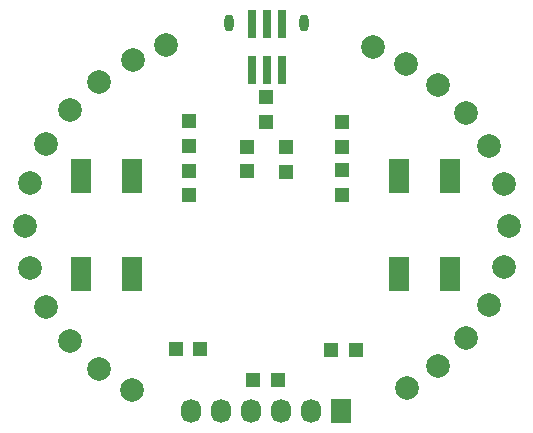
<source format=gts>
G04 #@! TF.FileFunction,Soldermask,Top*
%FSLAX46Y46*%
G04 Gerber Fmt 4.6, Leading zero omitted, Abs format (unit mm)*
G04 Created by KiCad (PCBNEW 4.0.4-stable) date Thursday, 03 '03e' November '03e' 2016, 09:15:18*
%MOMM*%
%LPD*%
G01*
G04 APERTURE LIST*
%ADD10C,0.100000*%
%ADD11R,1.670000X2.940000*%
%ADD12O,0.800000X1.450000*%
%ADD13R,1.727200X2.032000*%
%ADD14O,1.727200X2.032000*%
%ADD15C,2.000000*%
%ADD16R,1.198880X1.198880*%
%ADD17R,0.760000X2.400000*%
G04 APERTURE END LIST*
D10*
D11*
X140584000Y-125071000D03*
X136266000Y-125071000D03*
X136266000Y-133329000D03*
X140584000Y-133329000D03*
X109316000Y-133329000D03*
X113634000Y-133329000D03*
X113634000Y-125071000D03*
X109316000Y-125071000D03*
D12*
X121825000Y-112100000D03*
X128225000Y-112100000D03*
D13*
X131350000Y-144900000D03*
D14*
X128810000Y-144900000D03*
X126270000Y-144900000D03*
X123730000Y-144900000D03*
X121190000Y-144900000D03*
X118650000Y-144900000D03*
D15*
X108375000Y-119450000D03*
X106375000Y-122300000D03*
X105025000Y-125650000D03*
X104550000Y-129225000D03*
X105025000Y-132825000D03*
X106375000Y-136150000D03*
X108375000Y-139000000D03*
X110875000Y-141375000D03*
X141950000Y-119675000D03*
X143850000Y-122500000D03*
X134075000Y-114150000D03*
X136875000Y-115525000D03*
X139525000Y-117350000D03*
X145125000Y-125750000D03*
X145575000Y-129250000D03*
X145125000Y-132700000D03*
X143875000Y-135950000D03*
X141925000Y-138775000D03*
X113725000Y-115225000D03*
X116525000Y-113925000D03*
X113675000Y-143175000D03*
X136900000Y-142950000D03*
X139550000Y-141150000D03*
X110875000Y-117100000D03*
D16*
X123925980Y-142275000D03*
X126024020Y-142275000D03*
X119449020Y-139700000D03*
X117350980Y-139700000D03*
X130475980Y-139800000D03*
X132574020Y-139800000D03*
X123375000Y-122550980D03*
X123375000Y-124649020D03*
X131425000Y-124550980D03*
X131425000Y-126649020D03*
X126650000Y-122575980D03*
X126650000Y-124674020D03*
X118475000Y-122474020D03*
X118475000Y-120375980D03*
X124975000Y-120449020D03*
X124975000Y-118350980D03*
X118475000Y-124575980D03*
X118475000Y-126674020D03*
X131425000Y-122574020D03*
X131425000Y-120475980D03*
D17*
X123800000Y-112170000D03*
X125070000Y-112170000D03*
X126340000Y-112170000D03*
X123800000Y-116070000D03*
X125070000Y-116070000D03*
X126340000Y-116070000D03*
M02*

</source>
